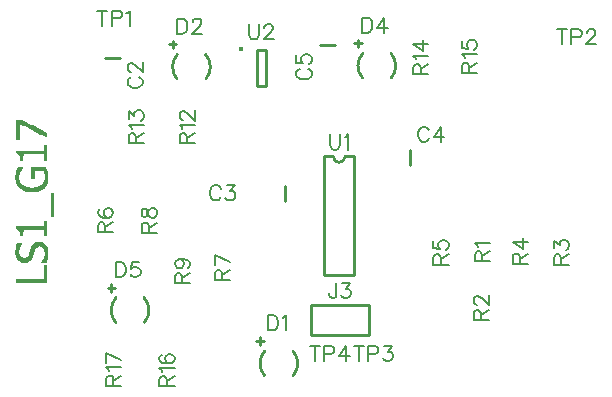
<source format=gbr>
G04 DipTrace 3.3.0.1*
G04 TopSilk.gbr*
%MOMM*%
G04 #@! TF.FileFunction,Legend,Top*
G04 #@! TF.Part,Single*
%ADD10C,0.25*%
%ADD12C,0.0762*%
%ADD25O,0.39103X0.39118*%
%ADD56C,0.19608*%
%FSLAX35Y35*%
G04*
G71*
G90*
G75*
G01*
G04 TopSilk*
%LPD*%
X1835050Y3935067D2*
D10*
X1964950D1*
X3365067Y2854950D2*
Y2725050D1*
X4419933Y3030050D2*
Y3159950D1*
X3655050Y4045067D2*
X3784950D1*
X3188093Y1249977D2*
G02X3190967Y1458833I119642J102802D01*
G01*
X3431936Y1249977D2*
G03X3429026Y1458833I-119731J102781D01*
G01*
X3119500Y1543513D2*
X3183011D1*
X3151255Y1511737D2*
Y1575247D1*
X2448093Y3759977D2*
G02X2450967Y3968833I119642J102802D01*
G01*
X2691936Y3759977D2*
G03X2689026Y3968833I-119731J102781D01*
G01*
X2379500Y4053513D2*
X2443011D1*
X2411255Y4021737D2*
Y4085247D1*
X4018093Y3769977D2*
G02X4020967Y3978833I119642J102802D01*
G01*
X4261936Y3769977D2*
G03X4259026Y3978833I-119731J102781D01*
G01*
X3949500Y4063513D2*
X4013011D1*
X3981255Y4031737D2*
Y4095247D1*
X1928093Y1699977D2*
G02X1930967Y1908833I119642J102802D01*
G01*
X2171936Y1699977D2*
G03X2169026Y1908833I-119731J102781D01*
G01*
X1859500Y1993513D2*
X1923011D1*
X1891255Y1961737D2*
Y2025247D1*
X3583093Y1593110D2*
X4075167D1*
Y1846850D1*
X3583093D1*
Y1593110D1*
X3689982Y3105460D2*
Y2105540D1*
X3950018Y3105460D2*
Y2105540D1*
X3689982D2*
X3950018D1*
X3689982Y3105460D2*
X3769976D1*
X3870024D2*
X3950018D1*
X3769976D2*
G03X3870024Y3105460I50024J28D01*
G01*
D25*
X2987772Y4018361D3*
X3125098Y4004994D2*
D10*
Y3705000D1*
X3205084Y4004994D2*
Y3705000D1*
X3125098D2*
X3205084D1*
X3125098Y4004994D2*
X3205084D1*
X1083350Y3413300D2*
D12*
X1129070D1*
X1083350Y3405680D2*
X1144310D1*
X1083350Y3398060D2*
X1159550D1*
X1083350Y3390440D2*
X1174790D1*
X1083350Y3382820D2*
X1106210D1*
X1129070D2*
X1190030D1*
X1083350Y3375200D2*
X1106210D1*
X1144310D2*
X1205270D1*
X1083350Y3367580D2*
X1106210D1*
X1159550D2*
X1220510D1*
X1083350Y3359960D2*
X1106210D1*
X1174760D2*
X1235750D1*
X1083350Y3352340D2*
X1106210D1*
X1189732D2*
X1250990D1*
X1083350Y3344720D2*
X1106210D1*
X1204001D2*
X1266230D1*
X1083350Y3337100D2*
X1106210D1*
X1217416D2*
X1281470D1*
X1083350Y3329480D2*
X1106210D1*
X1230703D2*
X1296650D1*
X1083350Y3321860D2*
X1106210D1*
X1244614D2*
X1311295D1*
X1083350Y3314240D2*
X1106210D1*
X1259147D2*
X1323998D1*
X1083350Y3306620D2*
X1106210D1*
X1274064D2*
X1334483D1*
X1083350Y3299000D2*
X1106210D1*
X1289170D2*
X1338553D1*
X1083350Y3291380D2*
X1106210D1*
X1304359D2*
X1340776D1*
X1083350Y3283760D2*
X1106210D1*
X1319579D2*
X1341821D1*
X1083350Y3276140D2*
X1106210D1*
X1334810D2*
X1342430D1*
X1083350Y3268520D2*
X1106210D1*
X1083350Y3260900D2*
X1106210D1*
X1083350Y3253280D2*
X1106210D1*
X1319570Y3199940D2*
X1342430D1*
X1319570Y3192320D2*
X1342430D1*
X1319570Y3184700D2*
X1342430D1*
X1319570Y3177080D2*
X1342430D1*
X1319570Y3169460D2*
X1342430D1*
X1319570Y3161840D2*
X1342430D1*
X1083350Y3154220D2*
X1342430D1*
X1084250Y3146600D2*
X1342430D1*
X1086237Y3138980D2*
X1342430D1*
X1093886Y3131360D2*
X1342430D1*
X1102777Y3123740D2*
X1145808D1*
X1319570D2*
X1342430D1*
X1110601Y3116120D2*
X1141351D1*
X1319570D2*
X1342430D1*
X1116912Y3108500D2*
X1138799D1*
X1319570D2*
X1342430D1*
X1119251Y3100880D2*
X1137562D1*
X1319570D2*
X1342430D1*
X1120517Y3093260D2*
X1137026D1*
X1319570D2*
X1342430D1*
X1121108Y3085640D2*
X1136806D1*
X1319570D2*
X1342430D1*
X1121450Y3078020D2*
X1136690D1*
X1319570D2*
X1342430D1*
X1098590Y3017060D2*
X1136690D1*
X1212890D2*
X1327190D1*
X1095955Y3009440D2*
X1132878D1*
X1212890D2*
X1331885D1*
X1093419Y3001820D2*
X1128453D1*
X1212890D2*
X1335992D1*
X1091004Y2994200D2*
X1124034D1*
X1212890D2*
X1339341D1*
X1088432Y2986580D2*
X1119860D1*
X1212890D2*
X1342138D1*
X1086113Y2978960D2*
X1115891D1*
X1212890D2*
X1235750D1*
X1318072D2*
X1344870D1*
X1084378Y2971340D2*
X1112276D1*
X1212890D2*
X1235750D1*
X1322529D2*
X1347222D1*
X1082647Y2963720D2*
X1109399D1*
X1212890D2*
X1235750D1*
X1325081D2*
X1348712D1*
X1080480Y2956100D2*
X1107408D1*
X1212890D2*
X1235750D1*
X1326318D2*
X1349480D1*
X1078386Y2948480D2*
X1105571D1*
X1212890D2*
X1235750D1*
X1326854D2*
X1349825D1*
X1077003Y2940860D2*
X1103393D1*
X1212890D2*
X1235750D1*
X1327067D2*
X1349966D1*
X1076307Y2933240D2*
X1101551D1*
X1212890D2*
X1235750D1*
X1327147D2*
X1350020D1*
X1076245Y2925620D2*
X1101135D1*
X1212890D2*
X1235750D1*
X1327146D2*
X1350040D1*
X1077080Y2918000D2*
X1102261D1*
X1326888D2*
X1350047D1*
X1078853Y2910380D2*
X1104152D1*
X1325890D2*
X1350019D1*
X1080817Y2902760D2*
X1106346D1*
X1323768D2*
X1349752D1*
X1082407Y2895140D2*
X1109123D1*
X1320546D2*
X1348751D1*
X1084113Y2887520D2*
X1112680D1*
X1316124D2*
X1346659D1*
X1086558Y2879900D2*
X1117527D1*
X1310340D2*
X1343704D1*
X1089914Y2872280D2*
X1124659D1*
X1303253D2*
X1340252D1*
X1094388Y2864660D2*
X1135214D1*
X1293726D2*
X1336323D1*
X1100161Y2857040D2*
X1151470D1*
X1277923D2*
X1331577D1*
X1106897Y2849420D2*
X1177325D1*
X1250236D2*
X1325660D1*
X1114443Y2841800D2*
X1214718D1*
X1208678D2*
X1318581D1*
X1123459Y2834180D2*
X1309789D1*
X1135262Y2826560D2*
X1298080D1*
X1150337Y2818940D2*
X1283043D1*
X1167170Y2811320D2*
X1266230D1*
X1380530Y2796080D2*
X1395770D1*
X1380530Y2788460D2*
X1395770D1*
X1380530Y2780840D2*
X1395770D1*
X1380530Y2773220D2*
X1395770D1*
X1380530Y2765600D2*
X1395770D1*
X1380530Y2757980D2*
X1395770D1*
X1380530Y2750360D2*
X1395770D1*
X1380530Y2742740D2*
X1395770D1*
X1380530Y2735120D2*
X1395770D1*
X1380530Y2727500D2*
X1395770D1*
X1380530Y2719880D2*
X1395770D1*
X1380530Y2712260D2*
X1395770D1*
X1380530Y2704640D2*
X1395770D1*
X1380530Y2697020D2*
X1395770D1*
X1380530Y2689400D2*
X1395770D1*
X1380530Y2681780D2*
X1395770D1*
X1380530Y2674160D2*
X1395770D1*
X1380530Y2666540D2*
X1395770D1*
X1380530Y2658920D2*
X1395770D1*
X1380530Y2651300D2*
X1395770D1*
X1380530Y2643680D2*
X1395770D1*
X1380530Y2636060D2*
X1395770D1*
X1380530Y2628440D2*
X1395770D1*
X1380530Y2620820D2*
X1395770D1*
X1380530Y2613200D2*
X1395770D1*
X1380530Y2605580D2*
X1395770D1*
X1380530Y2597960D2*
X1395770D1*
X1319570Y2559860D2*
X1342430D1*
X1319570Y2552240D2*
X1342430D1*
X1319570Y2544620D2*
X1342430D1*
X1319570Y2537000D2*
X1342430D1*
X1319570Y2529380D2*
X1342430D1*
X1319570Y2521760D2*
X1342430D1*
X1083350Y2514140D2*
X1342430D1*
X1084250Y2506520D2*
X1342430D1*
X1086237Y2498900D2*
X1342430D1*
X1093886Y2491280D2*
X1342430D1*
X1102777Y2483660D2*
X1145808D1*
X1319570D2*
X1342430D1*
X1110601Y2476040D2*
X1141351D1*
X1319570D2*
X1342430D1*
X1116912Y2468420D2*
X1138799D1*
X1319570D2*
X1342430D1*
X1119251Y2460800D2*
X1137562D1*
X1319570D2*
X1342430D1*
X1120517Y2453180D2*
X1137026D1*
X1319570D2*
X1342430D1*
X1121108Y2445560D2*
X1136806D1*
X1319570D2*
X1342430D1*
X1121450Y2437940D2*
X1136690D1*
X1319570D2*
X1342430D1*
X1266230Y2384600D2*
X1281470D1*
X1249260Y2376980D2*
X1298730D1*
X1090970Y2369360D2*
X1129070D1*
X1236002D2*
X1312965D1*
X1088365Y2361740D2*
X1124345D1*
X1226817D2*
X1323977D1*
X1086097Y2354120D2*
X1120000D1*
X1220423D2*
X1332324D1*
X1084623Y2346500D2*
X1115948D1*
X1215521D2*
X1267757D1*
X1294922D2*
X1338556D1*
X1083608Y2338880D2*
X1112268D1*
X1211541D2*
X1255979D1*
X1305992D2*
X1343242D1*
X1082301Y2331260D2*
X1109139D1*
X1208530D2*
X1247046D1*
X1314040D2*
X1346546D1*
X1080338Y2323640D2*
X1106440D1*
X1206492D2*
X1241014D1*
X1319675D2*
X1348450D1*
X1078332Y2316020D2*
X1103777D1*
X1204639D2*
X1236935D1*
X1323407D2*
X1349383D1*
X1076984Y2308400D2*
X1101707D1*
X1202425D2*
X1233653D1*
X1325486D2*
X1349791D1*
X1076300Y2300780D2*
X1100573D1*
X1200285D2*
X1231053D1*
X1326487D2*
X1349955D1*
X1076242Y2293160D2*
X1102128D1*
X1198628D2*
X1229214D1*
X1326918D2*
X1350016D1*
X1077079Y2285540D2*
X1104121D1*
X1196900D2*
X1227446D1*
X1327061D2*
X1350039D1*
X1078882Y2277920D2*
X1106369D1*
X1194446D2*
X1225236D1*
X1326857D2*
X1350046D1*
X1081085Y2270300D2*
X1109598D1*
X1190939D2*
X1222870D1*
X1325909D2*
X1350019D1*
X1083408Y2262680D2*
X1114000D1*
X1186485D2*
X1220485D1*
X1324063D2*
X1349752D1*
X1086235Y2255060D2*
X1128865D1*
X1173726D2*
X1217636D1*
X1321814D2*
X1348781D1*
X1089780Y2247440D2*
X1152778D1*
X1153765D2*
X1214083D1*
X1319247D2*
X1346926D1*
X1094366Y2239820D2*
X1209495D1*
X1315714D2*
X1344705D1*
X1100462Y2232200D2*
X1203399D1*
X1311321D2*
X1342399D1*
X1108356Y2224580D2*
X1195504D1*
X1306702D2*
X1339802D1*
X1118169Y2216960D2*
X1185691D1*
X1301853D2*
X1337197D1*
X1129070Y2209340D2*
X1174790D1*
X1296710D2*
X1334810D1*
X1319570Y2186480D2*
X1342430D1*
X1319570Y2178860D2*
X1342430D1*
X1319570Y2171240D2*
X1342430D1*
X1319570Y2163620D2*
X1342430D1*
X1319570Y2156000D2*
X1342430D1*
X1319570Y2148380D2*
X1342430D1*
X1319570Y2140760D2*
X1342430D1*
X1319570Y2133140D2*
X1342430D1*
X1319570Y2125520D2*
X1342430D1*
X1319570Y2117900D2*
X1342430D1*
X1319570Y2110280D2*
X1342430D1*
X1319570Y2102660D2*
X1342430D1*
X1319570Y2095040D2*
X1342430D1*
X1319570Y2087420D2*
X1342430D1*
X1319570Y2079800D2*
X1342430D1*
X1319570Y2072180D2*
X1342430D1*
X1083350Y2064560D2*
X1342430D1*
X1083350Y2056940D2*
X1342430D1*
X1083350Y2049320D2*
X1342430D1*
X1083350Y2041700D2*
X1342430D1*
X1083350Y3413300D2*
Y3405680D1*
Y3398060D1*
Y3390440D1*
Y3382820D1*
Y3375200D1*
Y3367580D1*
Y3359960D1*
Y3352340D1*
Y3344720D1*
Y3337100D1*
Y3329480D1*
Y3321860D1*
Y3314240D1*
Y3306620D1*
Y3299000D1*
Y3291380D1*
Y3283760D1*
Y3276140D1*
Y3268520D1*
Y3260900D1*
Y3253280D1*
X1129070Y3413300D2*
X1144310Y3405680D1*
X1159550Y3398060D1*
X1174790Y3390440D1*
X1190030Y3382820D1*
X1205270Y3375200D1*
X1220510Y3367580D1*
X1235750Y3359960D1*
X1250990Y3352340D1*
X1266230Y3344720D1*
X1281470Y3337100D1*
X1296650Y3329480D1*
X1311295Y3321860D1*
X1323998Y3314240D1*
X1334483Y3306620D1*
X1338553Y3299000D1*
X1340776Y3291380D1*
X1341821Y3283760D1*
X1342430Y3276140D1*
X1106210Y3390440D2*
Y3382820D1*
Y3375200D1*
Y3367580D1*
Y3359960D1*
Y3352340D1*
Y3344720D1*
Y3337100D1*
Y3329480D1*
Y3321860D1*
Y3314240D1*
Y3306620D1*
Y3299000D1*
Y3291380D1*
Y3283760D1*
Y3276140D1*
Y3268520D1*
Y3260900D1*
Y3253280D1*
X1113830Y3390440D2*
X1129070Y3382820D1*
X1144310Y3375200D1*
X1159550Y3367580D1*
X1174760Y3359960D1*
X1189732Y3352340D1*
X1204001Y3344720D1*
X1217416Y3337100D1*
X1230703Y3329480D1*
X1244614Y3321860D1*
X1259147Y3314240D1*
X1274064Y3306620D1*
X1289170Y3299000D1*
X1304359Y3291380D1*
X1319579Y3283760D1*
X1334810Y3276140D1*
X1319570Y3199940D2*
Y3192320D1*
Y3184700D1*
Y3177080D1*
Y3169460D1*
Y3161840D1*
Y3154220D1*
X1342430Y3199940D2*
Y3192320D1*
Y3184700D1*
Y3177080D1*
Y3169460D1*
Y3161840D1*
Y3154220D1*
Y3146600D1*
Y3138980D1*
Y3131360D1*
Y3123740D1*
Y3116120D1*
Y3108500D1*
Y3100880D1*
Y3093260D1*
Y3085640D1*
Y3078020D1*
X1083350Y3154220D2*
X1084250Y3146600D1*
X1086237Y3138980D1*
X1093886Y3131360D1*
X1102777Y3123740D1*
X1110601Y3116120D1*
X1116912Y3108500D1*
X1119251Y3100880D1*
X1120517Y3093260D1*
X1121108Y3085640D1*
X1121450Y3078020D1*
X1151930Y3131360D2*
X1145808Y3123740D1*
X1141351Y3116120D1*
X1138799Y3108500D1*
X1137562Y3100880D1*
X1137026Y3093260D1*
X1136806Y3085640D1*
X1136690Y3078020D1*
X1319570Y3131360D2*
Y3123740D1*
Y3116120D1*
Y3108500D1*
Y3100880D1*
Y3093260D1*
Y3085640D1*
Y3078020D1*
X1098590Y3017060D2*
X1095955Y3009440D1*
X1093419Y3001820D1*
X1091004Y2994200D1*
X1088432Y2986580D1*
X1086113Y2978960D1*
X1084378Y2971340D1*
X1082647Y2963720D1*
X1080480Y2956100D1*
X1078386Y2948480D1*
X1077003Y2940860D1*
X1076307Y2933240D1*
X1076245Y2925620D1*
X1077080Y2918000D1*
X1078853Y2910380D1*
X1080817Y2902760D1*
X1082407Y2895140D1*
X1084113Y2887520D1*
X1086558Y2879900D1*
X1089914Y2872280D1*
X1094388Y2864660D1*
X1100161Y2857040D1*
X1106897Y2849420D1*
X1114443Y2841800D1*
X1123459Y2834180D1*
X1135262Y2826560D1*
X1150337Y2818940D1*
X1167170Y2811320D1*
X1136690Y3017060D2*
X1132878Y3009440D1*
X1128453Y3001820D1*
X1124034Y2994200D1*
X1119860Y2986580D1*
X1115891Y2978960D1*
X1112276Y2971340D1*
X1109399Y2963720D1*
X1107408Y2956100D1*
X1105571Y2948480D1*
X1103393Y2940860D1*
X1101551Y2933240D1*
X1101135Y2925620D1*
X1102261Y2918000D1*
X1104152Y2910380D1*
X1106346Y2902760D1*
X1109123Y2895140D1*
X1112680Y2887520D1*
X1117527Y2879900D1*
X1124659Y2872280D1*
X1135214Y2864660D1*
X1151470Y2857040D1*
X1177325Y2849420D1*
X1214718Y2841800D1*
X1258610Y2834180D1*
X1212890Y3017060D2*
Y3009440D1*
Y3001820D1*
Y2994200D1*
Y2986580D1*
Y2978960D1*
Y2971340D1*
Y2963720D1*
Y2956100D1*
Y2948480D1*
Y2940860D1*
Y2933240D1*
Y2925620D1*
X1327190Y3017060D2*
X1331885Y3009440D1*
X1335992Y3001820D1*
X1339341Y2994200D1*
X1342138Y2986580D1*
X1344870Y2978960D1*
X1347222Y2971340D1*
X1348712Y2963720D1*
X1349480Y2956100D1*
X1349825Y2948480D1*
X1349966Y2940860D1*
X1350020Y2933240D1*
X1350040Y2925620D1*
X1350047Y2918000D1*
X1350019Y2910380D1*
X1349752Y2902760D1*
X1348751Y2895140D1*
X1346659Y2887520D1*
X1343704Y2879900D1*
X1340252Y2872280D1*
X1336323Y2864660D1*
X1331577Y2857040D1*
X1325660Y2849420D1*
X1318581Y2841800D1*
X1309789Y2834180D1*
X1298080Y2826560D1*
X1283043Y2818940D1*
X1266230Y2811320D1*
X1235750Y2986580D2*
Y2978960D1*
Y2971340D1*
Y2963720D1*
Y2956100D1*
Y2948480D1*
Y2940860D1*
Y2933240D1*
Y2925620D1*
X1311950Y2986580D2*
X1318072Y2978960D1*
X1322529Y2971340D1*
X1325081Y2963720D1*
X1326318Y2956100D1*
X1326854Y2948480D1*
X1327067Y2940860D1*
X1327147Y2933240D1*
X1327146Y2925620D1*
X1326888Y2918000D1*
X1325890Y2910380D1*
X1323768Y2902760D1*
X1320546Y2895140D1*
X1316124Y2887520D1*
X1310340Y2879900D1*
X1303253Y2872280D1*
X1293726Y2864660D1*
X1277923Y2857040D1*
X1250236Y2849420D1*
X1208678Y2841800D1*
X1159550Y2834180D1*
X1380530Y2796080D2*
Y2788460D1*
Y2780840D1*
Y2773220D1*
Y2765600D1*
Y2757980D1*
Y2750360D1*
Y2742740D1*
Y2735120D1*
Y2727500D1*
Y2719880D1*
Y2712260D1*
Y2704640D1*
Y2697020D1*
Y2689400D1*
Y2681780D1*
Y2674160D1*
Y2666540D1*
Y2658920D1*
Y2651300D1*
Y2643680D1*
Y2636060D1*
Y2628440D1*
Y2620820D1*
Y2613200D1*
Y2605580D1*
Y2597960D1*
X1395770Y2796080D2*
Y2788460D1*
Y2780840D1*
Y2773220D1*
Y2765600D1*
Y2757980D1*
Y2750360D1*
Y2742740D1*
Y2735120D1*
Y2727500D1*
Y2719880D1*
Y2712260D1*
Y2704640D1*
Y2697020D1*
Y2689400D1*
Y2681780D1*
Y2674160D1*
Y2666540D1*
Y2658920D1*
Y2651300D1*
Y2643680D1*
Y2636060D1*
Y2628440D1*
Y2620820D1*
Y2613200D1*
Y2605580D1*
Y2597960D1*
X1319570Y2559860D2*
Y2552240D1*
Y2544620D1*
Y2537000D1*
Y2529380D1*
Y2521760D1*
Y2514140D1*
X1342430Y2559860D2*
Y2552240D1*
Y2544620D1*
Y2537000D1*
Y2529380D1*
Y2521760D1*
Y2514140D1*
Y2506520D1*
Y2498900D1*
Y2491280D1*
Y2483660D1*
Y2476040D1*
Y2468420D1*
Y2460800D1*
Y2453180D1*
Y2445560D1*
Y2437940D1*
X1083350Y2514140D2*
X1084250Y2506520D1*
X1086237Y2498900D1*
X1093886Y2491280D1*
X1102777Y2483660D1*
X1110601Y2476040D1*
X1116912Y2468420D1*
X1119251Y2460800D1*
X1120517Y2453180D1*
X1121108Y2445560D1*
X1121450Y2437940D1*
X1151930Y2491280D2*
X1145808Y2483660D1*
X1141351Y2476040D1*
X1138799Y2468420D1*
X1137562Y2460800D1*
X1137026Y2453180D1*
X1136806Y2445560D1*
X1136690Y2437940D1*
X1319570Y2491280D2*
Y2483660D1*
Y2476040D1*
Y2468420D1*
Y2460800D1*
Y2453180D1*
Y2445560D1*
Y2437940D1*
X1266230Y2384600D2*
X1249260Y2376980D1*
X1236002Y2369360D1*
X1226817Y2361740D1*
X1220423Y2354120D1*
X1215521Y2346500D1*
X1211541Y2338880D1*
X1208530Y2331260D1*
X1206492Y2323640D1*
X1204639Y2316020D1*
X1202425Y2308400D1*
X1200285Y2300780D1*
X1198628Y2293160D1*
X1196900Y2285540D1*
X1194446Y2277920D1*
X1190939Y2270300D1*
X1186485Y2262680D1*
X1173726Y2255060D1*
X1153765Y2247440D1*
X1129070Y2239820D1*
X1281470Y2384600D2*
X1298730Y2376980D1*
X1312965Y2369360D1*
X1323977Y2361740D1*
X1332324Y2354120D1*
X1338556Y2346500D1*
X1343242Y2338880D1*
X1346546Y2331260D1*
X1348450Y2323640D1*
X1349383Y2316020D1*
X1349791Y2308400D1*
X1349955Y2300780D1*
X1350016Y2293160D1*
X1350039Y2285540D1*
X1350046Y2277920D1*
X1350019Y2270300D1*
X1349752Y2262680D1*
X1348781Y2255060D1*
X1346926Y2247440D1*
X1344705Y2239820D1*
X1342399Y2232200D1*
X1339802Y2224580D1*
X1337197Y2216960D1*
X1334810Y2209340D1*
X1090970Y2369360D2*
X1088365Y2361740D1*
X1086097Y2354120D1*
X1084623Y2346500D1*
X1083608Y2338880D1*
X1082301Y2331260D1*
X1080338Y2323640D1*
X1078332Y2316020D1*
X1076984Y2308400D1*
X1076300Y2300780D1*
X1076242Y2293160D1*
X1077079Y2285540D1*
X1078882Y2277920D1*
X1081085Y2270300D1*
X1083408Y2262680D1*
X1086235Y2255060D1*
X1089780Y2247440D1*
X1094366Y2239820D1*
X1100462Y2232200D1*
X1108356Y2224580D1*
X1118169Y2216960D1*
X1129070Y2209340D1*
Y2369360D2*
X1124345Y2361740D1*
X1120000Y2354120D1*
X1115948Y2346500D1*
X1112268Y2338880D1*
X1109139Y2331260D1*
X1106440Y2323640D1*
X1103777Y2316020D1*
X1101707Y2308400D1*
X1100573Y2300780D1*
X1102128Y2293160D1*
X1104121Y2285540D1*
X1106369Y2277920D1*
X1109598Y2270300D1*
X1114000Y2262680D1*
X1128865Y2255060D1*
X1152778Y2247440D1*
X1182410Y2239820D1*
X1281470Y2354120D2*
X1267757Y2346500D1*
X1255979Y2338880D1*
X1247046Y2331260D1*
X1241014Y2323640D1*
X1236935Y2316020D1*
X1233653Y2308400D1*
X1231053Y2300780D1*
X1229214Y2293160D1*
X1227446Y2285540D1*
X1225236Y2277920D1*
X1222870Y2270300D1*
X1220485Y2262680D1*
X1217636Y2255060D1*
X1214083Y2247440D1*
X1209495Y2239820D1*
X1203399Y2232200D1*
X1195504Y2224580D1*
X1185691Y2216960D1*
X1174790Y2209340D1*
X1281470Y2354120D2*
X1294922Y2346500D1*
X1305992Y2338880D1*
X1314040Y2331260D1*
X1319675Y2323640D1*
X1323407Y2316020D1*
X1325486Y2308400D1*
X1326487Y2300780D1*
X1326918Y2293160D1*
X1327061Y2285540D1*
X1326857Y2277920D1*
X1325909Y2270300D1*
X1324063Y2262680D1*
X1321814Y2255060D1*
X1319247Y2247440D1*
X1315714Y2239820D1*
X1311321Y2232200D1*
X1306702Y2224580D1*
X1301853Y2216960D1*
X1296710Y2209340D1*
X1319570Y2186480D2*
Y2178860D1*
Y2171240D1*
Y2163620D1*
Y2156000D1*
Y2148380D1*
Y2140760D1*
Y2133140D1*
Y2125520D1*
Y2117900D1*
Y2110280D1*
Y2102660D1*
Y2095040D1*
Y2087420D1*
Y2079800D1*
Y2072180D1*
Y2064560D1*
X1342430Y2186480D2*
Y2178860D1*
Y2171240D1*
Y2163620D1*
Y2156000D1*
Y2148380D1*
Y2140760D1*
Y2133140D1*
Y2125520D1*
Y2117900D1*
Y2110280D1*
Y2102660D1*
Y2095040D1*
Y2087420D1*
Y2079800D1*
Y2072180D1*
Y2064560D1*
Y2056940D1*
Y2049320D1*
Y2041700D1*
X1083350Y2064560D2*
Y2056940D1*
Y2049320D1*
Y2041700D1*
X2059337Y3778444D2*
D56*
X2047264Y3772407D1*
X2035050Y3760194D1*
X2029013Y3748121D1*
Y3723834D1*
X2035050Y3711621D1*
X2047263Y3699548D1*
X2059336Y3693371D1*
X2077586Y3687334D1*
X2108050D1*
X2126160Y3693371D1*
X2138373Y3699548D1*
X2150446Y3711621D1*
X2156623Y3723834D1*
Y3748121D1*
X2150446Y3760194D1*
X2138373Y3772407D1*
X2126160Y3778444D1*
X2059477Y3823837D2*
X2053440D1*
X2041227Y3829873D1*
X2035190Y3835910D1*
X2029154Y3848123D1*
Y3872410D1*
X2035190Y3884483D1*
X2041227Y3890519D1*
X2053440Y3896696D1*
X2065514D1*
X2077727Y3890519D1*
X2095837Y3878446D1*
X2156623Y3817659D1*
Y3902733D1*
X2818444Y2830664D2*
X2812407Y2842737D1*
X2800194Y2854950D1*
X2788121Y2860987D1*
X2763834D1*
X2751621Y2854950D1*
X2739548Y2842737D1*
X2733371Y2830664D1*
X2727334Y2812414D1*
Y2781950D1*
X2733371Y2763840D1*
X2739548Y2751627D1*
X2751621Y2739554D1*
X2763834Y2733377D1*
X2788121D1*
X2800194Y2739554D1*
X2812407Y2751627D1*
X2818444Y2763840D1*
X2869873Y2860846D2*
X2936556D1*
X2900196Y2812273D1*
X2918446D1*
X2930519Y2806237D1*
X2936556Y2800200D1*
X2942733Y2781950D1*
Y2769877D1*
X2936556Y2751627D1*
X2924483Y2739414D1*
X2906233Y2733377D1*
X2887983D1*
X2869873Y2739414D1*
X2863836Y2745590D1*
X2857659Y2757664D1*
X4580359Y3325664D2*
X4574322Y3337737D1*
X4562109Y3349950D1*
X4550036Y3355987D1*
X4525749D1*
X4513536Y3349950D1*
X4501463Y3337737D1*
X4495286Y3325664D1*
X4489249Y3307414D1*
Y3276950D1*
X4495286Y3258840D1*
X4501463Y3246627D1*
X4513536Y3234554D1*
X4525749Y3228377D1*
X4550036D1*
X4562109Y3234554D1*
X4574322Y3246627D1*
X4580359Y3258840D1*
X4680361Y3228377D2*
Y3355846D1*
X4619575Y3270914D1*
X4710684D1*
X3489337Y3848444D2*
X3477264Y3842407D1*
X3465050Y3830194D1*
X3459013Y3818121D1*
Y3793834D1*
X3465050Y3781621D1*
X3477263Y3769548D1*
X3489336Y3763371D1*
X3507586Y3757334D1*
X3538050D1*
X3556160Y3763371D1*
X3568373Y3769548D1*
X3580446Y3781621D1*
X3586623Y3793834D1*
Y3818121D1*
X3580446Y3830194D1*
X3568373Y3842407D1*
X3556160Y3848444D1*
X3459154Y3960519D2*
Y3899873D1*
X3513764Y3893837D1*
X3507727Y3899873D1*
X3501550Y3918123D1*
Y3936233D1*
X3507727Y3954483D1*
X3519800Y3966696D1*
X3538050Y3972733D1*
X3550123D1*
X3568373Y3966696D1*
X3580587Y3954483D1*
X3586623Y3936233D1*
Y3918123D1*
X3580587Y3899873D1*
X3574410Y3893836D1*
X3562337Y3887660D1*
X3217374Y1761233D2*
Y1633624D1*
X3259910D1*
X3278160Y1639801D1*
X3290374Y1651874D1*
X3296410Y1664087D1*
X3302447Y1682197D1*
Y1712660D1*
X3296410Y1730910D1*
X3290374Y1742983D1*
X3278160Y1755197D1*
X3259910Y1761233D1*
X3217374D1*
X3341663Y1736806D2*
X3353876Y1742983D1*
X3372126Y1761093D1*
Y1633624D1*
X2450069Y4271233D2*
Y4143624D1*
X2492606D1*
X2510856Y4149801D1*
X2523069Y4161874D1*
X2529106Y4174087D1*
X2535142Y4192197D1*
Y4222660D1*
X2529106Y4240910D1*
X2523069Y4252983D1*
X2510856Y4265197D1*
X2492606Y4271233D1*
X2450069D1*
X2580535Y4240770D2*
Y4246806D1*
X2586571Y4259020D1*
X2592608Y4265056D1*
X2604821Y4271093D1*
X2629108D1*
X2641181Y4265056D1*
X2647217Y4259020D1*
X2653394Y4246806D1*
Y4234733D1*
X2647217Y4222520D1*
X2635144Y4204410D1*
X2574358Y4143624D1*
X2659431D1*
X4017051Y4281233D2*
Y4153624D1*
X4059587D1*
X4077837Y4159801D1*
X4090051Y4171874D1*
X4096087Y4184087D1*
X4102124Y4202197D1*
Y4232660D1*
X4096087Y4250910D1*
X4090051Y4262983D1*
X4077837Y4275197D1*
X4059587Y4281233D1*
X4017051D1*
X4202126Y4153624D2*
Y4281093D1*
X4141340Y4196160D1*
X4232449D1*
X1930069Y2211233D2*
Y2083624D1*
X1972606D1*
X1990856Y2089801D1*
X2003069Y2101874D1*
X2009106Y2114087D1*
X2015142Y2132197D1*
Y2162660D1*
X2009106Y2180910D1*
X2003069Y2192983D1*
X1990856Y2205197D1*
X1972606Y2211233D1*
X1930069D1*
X2127217Y2211093D2*
X2066571D1*
X2060535Y2156483D1*
X2066571Y2162520D1*
X2084821Y2168697D1*
X2102931D1*
X2121181Y2162520D1*
X2133394Y2150447D1*
X2139431Y2132197D1*
Y2120124D1*
X2133394Y2101874D1*
X2121181Y2089660D1*
X2102931Y2083624D1*
X2084821D1*
X2066571Y2089660D1*
X2060535Y2095837D1*
X2054358Y2107910D1*
X3797379Y2032837D2*
Y1935690D1*
X3791342Y1917440D1*
X3785165Y1911404D1*
X3773092Y1905227D1*
X3760879D1*
X3748806Y1911404D1*
X3742769Y1917440D1*
X3736592Y1935690D1*
Y1947764D1*
X3848808Y2032696D2*
X3915491D1*
X3879131Y1984123D1*
X3897381D1*
X3909454Y1978087D1*
X3915491Y1972050D1*
X3921668Y1953800D1*
Y1941727D1*
X3915491Y1923477D1*
X3903418Y1911264D1*
X3885168Y1905227D1*
X3866918D1*
X3848808Y1911264D1*
X3842771Y1917440D1*
X3836595Y1929514D1*
X5029800Y2217624D2*
Y2272234D1*
X5023623Y2290484D1*
X5017587Y2296661D1*
X5005514Y2302697D1*
X4993300D1*
X4981227Y2296661D1*
X4975050Y2290484D1*
X4969013Y2272234D1*
Y2217624D1*
X5096623D1*
X5029800Y2260161D2*
X5096623Y2302697D1*
X4993440Y2341913D2*
X4987264Y2354126D1*
X4969154Y2372376D1*
X5096623D1*
X5019800Y1720319D2*
Y1774929D1*
X5013623Y1793179D1*
X5007587Y1799356D1*
X4995514Y1805392D1*
X4983300D1*
X4971227Y1799356D1*
X4965050Y1793179D1*
X4959013Y1774929D1*
Y1720319D1*
X5086623D1*
X5019800Y1762856D2*
X5086623Y1805392D1*
X4989477Y1850785D2*
X4983440D1*
X4971227Y1856822D1*
X4965190Y1862858D1*
X4959154Y1875071D1*
Y1899358D1*
X4965190Y1911431D1*
X4971227Y1917468D1*
X4983440Y1923645D1*
X4995514Y1923644D1*
X5007727Y1917468D1*
X5025837Y1905394D1*
X5086623Y1844608D1*
Y1929681D1*
X5699800Y2190319D2*
Y2244929D1*
X5693623Y2263179D1*
X5687587Y2269356D1*
X5675514Y2275392D1*
X5663300D1*
X5651227Y2269356D1*
X5645050Y2263179D1*
X5639013Y2244929D1*
Y2190319D1*
X5766623D1*
X5699800Y2232856D2*
X5766623Y2275392D1*
X5639154Y2326822D2*
Y2393504D1*
X5687727Y2357145D1*
Y2375394D1*
X5693764Y2387468D1*
X5699800Y2393504D1*
X5718050Y2399681D1*
X5730123D1*
X5748373Y2393504D1*
X5760587Y2381431D1*
X5766623Y2363181D1*
Y2344931D1*
X5760587Y2326821D1*
X5754410Y2320785D1*
X5742337Y2314608D1*
X5349800Y2197301D2*
Y2251911D1*
X5343623Y2270161D1*
X5337587Y2276338D1*
X5325514Y2282374D1*
X5313300D1*
X5301227Y2276338D1*
X5295050Y2270161D1*
X5289013Y2251911D1*
Y2197301D1*
X5416623D1*
X5349800Y2239838D2*
X5416623Y2282374D1*
Y2382376D2*
X5289154D1*
X5374087Y2321590D1*
Y2412699D1*
X4679800Y2190319D2*
Y2244929D1*
X4673623Y2263179D1*
X4667587Y2269356D1*
X4655514Y2275392D1*
X4643300D1*
X4631227Y2269356D1*
X4625050Y2263179D1*
X4619013Y2244929D1*
Y2190319D1*
X4746623D1*
X4679800Y2232856D2*
X4746623Y2275392D1*
X4619154Y2387468D2*
Y2326822D1*
X4673764Y2320785D1*
X4667727Y2326821D1*
X4661550Y2345071D1*
Y2363181D1*
X4667727Y2381431D1*
X4679800Y2393644D1*
X4698050Y2399681D1*
X4710123D1*
X4728373Y2393644D1*
X4740587Y2381431D1*
X4746623Y2363181D1*
Y2345071D1*
X4740587Y2326821D1*
X4734410Y2320785D1*
X4722337Y2314608D1*
X1839800Y2463408D2*
Y2518017D1*
X1833623Y2536267D1*
X1827587Y2542444D1*
X1815514Y2548481D1*
X1803300D1*
X1791227Y2542444D1*
X1785050Y2536267D1*
X1779013Y2518017D1*
Y2463408D1*
X1906623D1*
X1839800Y2505944D2*
X1906623Y2548481D1*
X1797264Y2660556D2*
X1785190Y2654520D1*
X1779154Y2636270D1*
Y2624196D1*
X1785190Y2605947D1*
X1803440Y2593733D1*
X1833764Y2587696D1*
X1864087D1*
X1888373Y2593733D1*
X1900587Y2605946D1*
X1906623Y2624196D1*
Y2630233D1*
X1900587Y2648342D1*
X1888373Y2660556D1*
X1870123Y2666593D1*
X1864087D1*
X1845837Y2660556D1*
X1833764Y2648343D1*
X1827727Y2630233D1*
Y2624196D1*
X1833764Y2605946D1*
X1845837Y2593733D1*
X1864087Y2587696D1*
X2829800Y2060319D2*
Y2114929D1*
X2823623Y2133179D1*
X2817587Y2139356D1*
X2805514Y2145392D1*
X2793300D1*
X2781227Y2139356D1*
X2775050Y2133179D1*
X2769013Y2114929D1*
Y2060319D1*
X2896623D1*
X2829800Y2102856D2*
X2896623Y2145392D1*
Y2208894D2*
X2769154Y2269681D1*
Y2184608D1*
X2209800Y2460390D2*
Y2514999D1*
X2203623Y2533249D1*
X2197587Y2539426D1*
X2185514Y2545463D1*
X2173300D1*
X2161227Y2539426D1*
X2155050Y2533249D1*
X2149013Y2514999D1*
Y2460390D1*
X2276623D1*
X2209800Y2502926D2*
X2276623Y2545462D1*
X2149154Y2615001D2*
X2155190Y2596892D1*
X2167264Y2590715D1*
X2179477D1*
X2191550Y2596892D1*
X2197727Y2608965D1*
X2203764Y2633251D1*
X2209800Y2651501D1*
X2222014Y2663574D1*
X2234087Y2669611D1*
X2252337D1*
X2264410Y2663574D1*
X2270587Y2657538D1*
X2276623Y2639288D1*
Y2615001D1*
X2270587Y2596892D1*
X2264410Y2590715D1*
X2252337Y2584678D1*
X2234087D1*
X2222014Y2590715D1*
X2209800Y2602928D1*
X2203764Y2621038D1*
X2197727Y2645324D1*
X2191550Y2657538D1*
X2179477Y2663574D1*
X2167264D1*
X2155190Y2657538D1*
X2149154Y2639288D1*
Y2615001D1*
X2489800Y2033338D2*
Y2087947D1*
X2483623Y2106197D1*
X2477587Y2112374D1*
X2465514Y2118411D1*
X2453300D1*
X2441227Y2112374D1*
X2435050Y2106197D1*
X2429013Y2087947D1*
Y2033338D1*
X2556623D1*
X2489800Y2075874D2*
X2556623Y2118411D1*
X2471550Y2236663D2*
X2489800Y2230486D1*
X2502014Y2218413D1*
X2508050Y2200163D1*
Y2194126D1*
X2502014Y2175876D1*
X2489800Y2163803D1*
X2471550Y2157626D1*
X2465514D1*
X2447264Y2163803D1*
X2435190Y2175876D1*
X2429154Y2194126D1*
Y2200163D1*
X2435190Y2218413D1*
X2447264Y2230486D1*
X2471550Y2236663D1*
X2502014D1*
X2532337Y2230486D1*
X2550587Y2218413D1*
X2556623Y2200163D1*
Y2188090D1*
X2550587Y2169840D1*
X2538373Y2163803D1*
X2529800Y3215480D2*
Y3270089D1*
X2523623Y3288339D1*
X2517587Y3294516D1*
X2505514Y3300553D1*
X2493300D1*
X2481227Y3294516D1*
X2475050Y3288339D1*
X2469013Y3270089D1*
Y3215480D1*
X2596623D1*
X2529800Y3258016D2*
X2596623Y3300553D1*
X2493440Y3339768D2*
X2487264Y3351982D1*
X2469154Y3370232D1*
X2596623D1*
X2499477Y3415624D2*
X2493440D1*
X2481227Y3421661D1*
X2475190Y3427698D1*
X2469154Y3439911D1*
Y3464198D1*
X2475190Y3476271D1*
X2481227Y3482307D1*
X2493440Y3488484D1*
X2505514D1*
X2517727Y3482307D1*
X2535837Y3470234D1*
X2596623Y3409447D1*
Y3494521D1*
X2099800Y3215480D2*
Y3270089D1*
X2093623Y3288339D1*
X2087587Y3294516D1*
X2075514Y3300553D1*
X2063300D1*
X2051227Y3294516D1*
X2045050Y3288339D1*
X2039013Y3270089D1*
Y3215480D1*
X2166623D1*
X2099800Y3258016D2*
X2166623Y3300553D1*
X2063440Y3339768D2*
X2057264Y3351982D1*
X2039154Y3370232D1*
X2166623D1*
X2039154Y3421661D2*
Y3488344D1*
X2087727Y3451984D1*
Y3470234D1*
X2093764Y3482307D1*
X2099800Y3488344D1*
X2118050Y3494521D1*
X2130123D1*
X2148373Y3488344D1*
X2160587Y3476271D1*
X2166623Y3458021D1*
Y3439771D1*
X2160587Y3421661D1*
X2154410Y3415624D1*
X2142337Y3409447D1*
X4509800Y3802462D2*
Y3857071D1*
X4503623Y3875321D1*
X4497587Y3881498D1*
X4485514Y3887535D1*
X4473300D1*
X4461227Y3881498D1*
X4455050Y3875321D1*
X4449013Y3857071D1*
Y3802462D1*
X4576623D1*
X4509800Y3844998D2*
X4576623Y3887534D1*
X4473440Y3926750D2*
X4467264Y3938964D1*
X4449154Y3957214D1*
X4576623Y3957213D1*
Y4057216D2*
X4449154D1*
X4534087Y3996429D1*
Y4087539D1*
X4919800Y3815480D2*
Y3870089D1*
X4913623Y3888339D1*
X4907587Y3894516D1*
X4895514Y3900553D1*
X4883300D1*
X4871227Y3894516D1*
X4865050Y3888339D1*
X4859013Y3870089D1*
Y3815480D1*
X4986623D1*
X4919800Y3858016D2*
X4986623Y3900553D1*
X4883440Y3939768D2*
X4877264Y3951982D1*
X4859154Y3970232D1*
X4986623D1*
X4859154Y4082307D2*
Y4021661D1*
X4913764Y4015624D1*
X4907727Y4021661D1*
X4901550Y4039911D1*
Y4058021D1*
X4907727Y4076271D1*
X4919800Y4088484D1*
X4938050Y4094521D1*
X4950123D1*
X4968373Y4088484D1*
X4980587Y4076271D1*
X4986623Y4058021D1*
Y4039911D1*
X4980587Y4021661D1*
X4974410Y4015624D1*
X4962337Y4009447D1*
X2359800Y1158568D2*
Y1213178D1*
X2353623Y1231428D1*
X2347587Y1237605D1*
X2335514Y1243641D1*
X2323300D1*
X2311227Y1237605D1*
X2305050Y1231428D1*
X2299013Y1213178D1*
Y1158568D1*
X2426623D1*
X2359800Y1201105D2*
X2426623Y1243641D1*
X2323440Y1282857D2*
X2317264Y1295070D1*
X2299154Y1313320D1*
X2426623D1*
X2317264Y1425396D2*
X2305190Y1419359D1*
X2299154Y1401109D1*
Y1389036D1*
X2305190Y1370786D1*
X2323440Y1358573D1*
X2353764Y1352536D1*
X2384087D1*
X2408373Y1358572D1*
X2420587Y1370786D1*
X2426623Y1389036D1*
Y1395072D1*
X2420587Y1413182D1*
X2408373Y1425396D1*
X2390123Y1431432D1*
X2384087D1*
X2365837Y1425396D1*
X2353764Y1413182D1*
X2347727Y1395072D1*
Y1389036D1*
X2353764Y1370786D1*
X2365837Y1358572D1*
X2384087Y1352536D1*
X1909800Y1165480D2*
Y1220089D1*
X1903623Y1238339D1*
X1897587Y1244516D1*
X1885514Y1250553D1*
X1873300D1*
X1861227Y1244516D1*
X1855050Y1238339D1*
X1849013Y1220089D1*
Y1165480D1*
X1976623D1*
X1909800Y1208016D2*
X1976623Y1250553D1*
X1873440Y1289768D2*
X1867264Y1301982D1*
X1849154Y1320232D1*
X1976623D1*
Y1383734D2*
X1849154Y1444521D1*
Y1359448D1*
X1813016Y4340987D2*
Y4213377D1*
X1770480Y4340987D2*
X1855553D1*
X1894768Y4274164D2*
X1949518D1*
X1967628Y4280200D1*
X1973805Y4286377D1*
X1979841Y4298450D1*
Y4316700D1*
X1973805Y4328773D1*
X1967628Y4334950D1*
X1949518Y4340987D1*
X1894768D1*
Y4213377D1*
X2019057Y4316560D2*
X2031270Y4322737D1*
X2049520Y4340846D1*
Y4213377D1*
X5705711Y4180987D2*
Y4053377D1*
X5663175Y4180987D2*
X5748248D1*
X5787463Y4114164D2*
X5842213D1*
X5860323Y4120200D1*
X5866500Y4126377D1*
X5872537Y4138450D1*
Y4156700D1*
X5866500Y4168773D1*
X5860323Y4174950D1*
X5842213Y4180987D1*
X5787463D1*
Y4053377D1*
X5917929Y4150523D2*
Y4156560D1*
X5923966Y4168773D1*
X5930002Y4174810D1*
X5942216Y4180846D1*
X5966502D1*
X5978575Y4174810D1*
X5984612Y4168773D1*
X5990789Y4156560D1*
Y4144487D1*
X5984612Y4132273D1*
X5972539Y4114164D1*
X5911752Y4053377D1*
X5996825D1*
X3985711Y1500987D2*
Y1373377D1*
X3943175Y1500987D2*
X4028248D1*
X4067463Y1434164D2*
X4122213D1*
X4140323Y1440200D1*
X4146500Y1446377D1*
X4152537Y1458450D1*
Y1476700D1*
X4146500Y1488773D1*
X4140323Y1494950D1*
X4122213Y1500987D1*
X4067463D1*
Y1373377D1*
X4203966Y1500846D2*
X4270648D1*
X4234289Y1452273D1*
X4252539D1*
X4264612Y1446237D1*
X4270648Y1440200D1*
X4276825Y1421950D1*
Y1409877D1*
X4270648Y1391627D1*
X4258575Y1379414D1*
X4240325Y1373377D1*
X4222075D1*
X4203966Y1379414D1*
X4197929Y1385590D1*
X4191752Y1397664D1*
X3612693Y1500987D2*
Y1373377D1*
X3570156Y1500987D2*
X3655230D1*
X3694445Y1434164D2*
X3749195D1*
X3767305Y1440200D1*
X3773482Y1446377D1*
X3779518Y1458450D1*
Y1476700D1*
X3773482Y1488773D1*
X3767305Y1494950D1*
X3749195Y1500987D1*
X3694445D1*
Y1373377D1*
X3879520D2*
Y1500846D1*
X3818734Y1415914D1*
X3909844D1*
X3742624Y3291447D2*
Y3200337D1*
X3748660Y3182087D1*
X3760874Y3170014D1*
X3779124Y3163837D1*
X3791197D1*
X3809447Y3170014D1*
X3821660Y3182087D1*
X3827697Y3200337D1*
Y3291447D1*
X3866913Y3267020D2*
X3879126Y3273197D1*
X3897376Y3291306D1*
Y3163837D1*
X3056929Y4223907D2*
Y4132797D1*
X3062966Y4114547D1*
X3075179Y4102474D1*
X3093429Y4096297D1*
X3105502D1*
X3123752Y4102474D1*
X3135966Y4114547D1*
X3142002Y4132797D1*
Y4223907D1*
X3187395Y4193443D2*
Y4199480D1*
X3193431Y4211693D1*
X3199468Y4217730D1*
X3211681Y4223766D1*
X3235968D1*
X3248041Y4217730D1*
X3254077Y4211693D1*
X3260254Y4199480D1*
Y4187407D1*
X3254077Y4175193D1*
X3242004Y4157084D1*
X3181218Y4096297D1*
X3266291D1*
M02*

</source>
